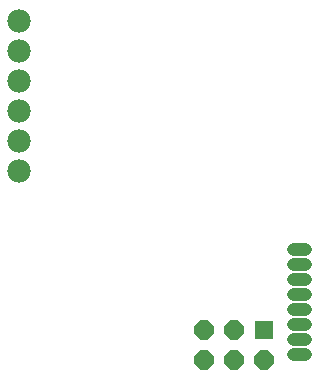
<source format=gbs>
G75*
%MOIN*%
%OFA0B0*%
%FSLAX25Y25*%
%IPPOS*%
%LPD*%
%AMOC8*
5,1,8,0,0,1.08239X$1,22.5*
%
%ADD10C,0.04400*%
%ADD11R,0.06400X0.06400*%
%ADD12OC8,0.06400*%
%ADD13C,0.07800*%
D10*
X0127438Y0017033D02*
X0131438Y0017033D01*
X0131438Y0022033D02*
X0127438Y0022033D01*
X0127438Y0027033D02*
X0131438Y0027033D01*
X0131438Y0032033D02*
X0127438Y0032033D01*
X0127438Y0037033D02*
X0131438Y0037033D01*
X0131438Y0042033D02*
X0127438Y0042033D01*
X0127438Y0047033D02*
X0131438Y0047033D01*
X0131438Y0052033D02*
X0127438Y0052033D01*
D11*
X0117725Y0025167D03*
D12*
X0107725Y0025167D03*
X0097725Y0025167D03*
X0097725Y0015167D03*
X0107725Y0015167D03*
X0117725Y0015167D03*
D13*
X0036225Y0078167D03*
X0036225Y0088167D03*
X0036225Y0098167D03*
X0036225Y0108167D03*
X0036225Y0118167D03*
X0036225Y0128167D03*
M02*

</source>
